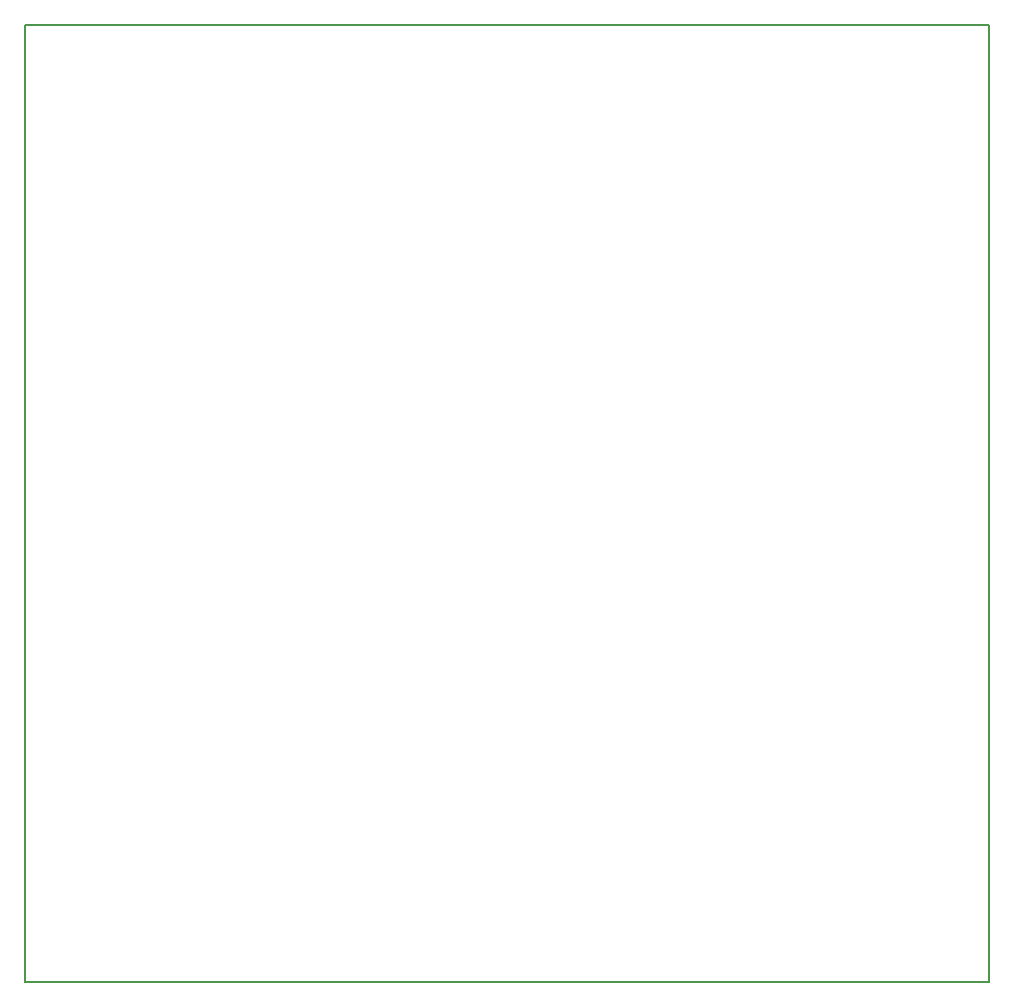
<source format=gbr>
%TF.GenerationSoftware,KiCad,Pcbnew,6.0.11-2627ca5db0~126~ubuntu20.04.1*%
%TF.CreationDate,2023-07-28T15:03:06-03:00*%
%TF.ProjectId,PEF2,50454632-2e6b-4696-9361-645f70636258,rev?*%
%TF.SameCoordinates,Original*%
%TF.FileFunction,Paste,Top*%
%TF.FilePolarity,Positive*%
%FSLAX46Y46*%
G04 Gerber Fmt 4.6, Leading zero omitted, Abs format (unit mm)*
G04 Created by KiCad (PCBNEW 6.0.11-2627ca5db0~126~ubuntu20.04.1) date 2023-07-28 15:03:06*
%MOMM*%
%LPD*%
G01*
G04 APERTURE LIST*
%TA.AperFunction,Profile*%
%ADD10C,0.200000*%
%TD*%
G04 APERTURE END LIST*
D10*
X12400000Y-12400000D02*
X94000000Y-12400000D01*
X94000000Y-12400000D02*
X94000000Y-93400000D01*
X94000000Y-93400000D02*
X12400000Y-93400000D01*
X12400000Y-93400000D02*
X12400000Y-12400000D01*
M02*

</source>
